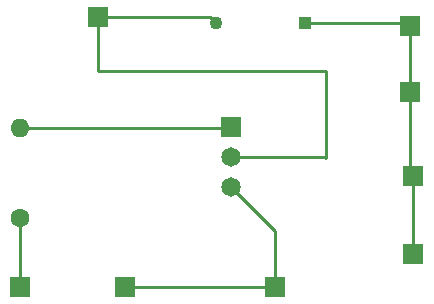
<source format=gtl>
G04 #@! TF.GenerationSoftware,KiCad,Pcbnew,7.0.10*
G04 #@! TF.CreationDate,2025-02-21T18:10:01-05:00*
G04 #@! TF.ProjectId,sol pcb,736f6c20-7063-4622-9e6b-696361645f70,rev?*
G04 #@! TF.SameCoordinates,Original*
G04 #@! TF.FileFunction,Copper,L1,Top*
G04 #@! TF.FilePolarity,Positive*
%FSLAX46Y46*%
G04 Gerber Fmt 4.6, Leading zero omitted, Abs format (unit mm)*
G04 Created by KiCad (PCBNEW 7.0.10) date 2025-02-21 18:10:01*
%MOMM*%
%LPD*%
G01*
G04 APERTURE LIST*
G04 #@! TA.AperFunction,ComponentPad*
%ADD10R,1.700000X1.700000*%
G04 #@! TD*
G04 #@! TA.AperFunction,ComponentPad*
%ADD11R,1.100000X1.100000*%
G04 #@! TD*
G04 #@! TA.AperFunction,ComponentPad*
%ADD12C,1.100000*%
G04 #@! TD*
G04 #@! TA.AperFunction,ComponentPad*
%ADD13C,1.600000*%
G04 #@! TD*
G04 #@! TA.AperFunction,ComponentPad*
%ADD14O,1.600000X1.600000*%
G04 #@! TD*
G04 #@! TA.AperFunction,ComponentPad*
%ADD15R,1.651000X1.651000*%
G04 #@! TD*
G04 #@! TA.AperFunction,ComponentPad*
%ADD16C,1.651000*%
G04 #@! TD*
G04 #@! TA.AperFunction,Conductor*
%ADD17C,0.250000*%
G04 #@! TD*
G04 APERTURE END LIST*
D10*
X167640000Y-51054000D03*
X156210000Y-67564000D03*
X167894000Y-58166000D03*
D11*
X158690000Y-45212000D03*
D12*
X151190000Y-45212000D03*
D10*
X167894000Y-64770000D03*
X143510000Y-67564000D03*
D13*
X134620000Y-61722000D03*
D14*
X134620000Y-54102000D03*
D10*
X141224000Y-44704000D03*
D15*
X152476200Y-54013100D03*
D16*
X152476200Y-56553100D03*
X152476200Y-59093100D03*
D10*
X134620000Y-67564000D03*
X167640000Y-45466000D03*
D17*
X143510000Y-67564000D02*
X156210000Y-67564000D01*
X156210000Y-62826900D02*
X152476200Y-59093100D01*
X156210000Y-67564000D02*
X156210000Y-62826900D01*
X155956000Y-67818000D02*
X156210000Y-67564000D01*
X167894000Y-58166000D02*
X167894000Y-64770000D01*
X167386000Y-45212000D02*
X167640000Y-45466000D01*
X167640000Y-57912000D02*
X167894000Y-58166000D01*
X158690000Y-45212000D02*
X167386000Y-45212000D01*
X167640000Y-51054000D02*
X167640000Y-57912000D01*
X167640000Y-45466000D02*
X167640000Y-51054000D01*
X134620000Y-67564000D02*
X134620000Y-61722000D01*
X134366000Y-61976000D02*
X134620000Y-61722000D01*
X152387300Y-54102000D02*
X152476200Y-54013100D01*
X134620000Y-54102000D02*
X152387300Y-54102000D01*
X160528000Y-49276000D02*
X141224000Y-49276000D01*
X152476200Y-56553100D02*
X160439100Y-56553100D01*
X150682000Y-44704000D02*
X151190000Y-45212000D01*
X160528000Y-56642000D02*
X160528000Y-49276000D01*
X160439100Y-56553100D02*
X160528000Y-56642000D01*
X141224000Y-49276000D02*
X141224000Y-44704000D01*
X141224000Y-44704000D02*
X150682000Y-44704000D01*
M02*

</source>
